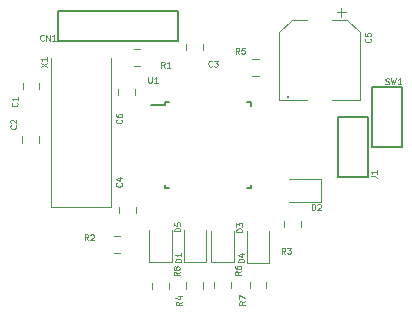
<source format=gbr>
G04 #@! TF.GenerationSoftware,KiCad,Pcbnew,(5.0.2)-1*
G04 #@! TF.CreationDate,2019-01-23T22:06:34-08:00*
G04 #@! TF.ProjectId,heart,68656172-742e-46b6-9963-61645f706362,rev?*
G04 #@! TF.SameCoordinates,Original*
G04 #@! TF.FileFunction,Legend,Top*
G04 #@! TF.FilePolarity,Positive*
%FSLAX46Y46*%
G04 Gerber Fmt 4.6, Leading zero omitted, Abs format (unit mm)*
G04 Created by KiCad (PCBNEW (5.0.2)-1) date 1/23/2019 10:06:34 PM*
%MOMM*%
%LPD*%
G01*
G04 APERTURE LIST*
%ADD10C,0.150000*%
%ADD11C,0.120000*%
%ADD12C,0.100000*%
G04 APERTURE END LIST*
D10*
G04 #@! TO.C,SW2*
X6731000Y21089620D02*
X6731000Y21140420D01*
G04 #@! TO.C,J1*
X13543280Y19359880D02*
X13543280Y14279880D01*
X11003280Y19359880D02*
X13543280Y19359880D01*
X11003280Y14279880D02*
X11003280Y19359880D01*
X13543280Y14279880D02*
X11003280Y14279880D01*
D11*
G04 #@! TO.C,D5*
X-3063360Y7113560D02*
X-3063360Y9798560D01*
X-4983360Y7113560D02*
X-3063360Y7113560D01*
X-4983360Y9798560D02*
X-4983360Y7113560D01*
G04 #@! TO.C,R8*
X-3313360Y4836662D02*
X-3313360Y5353818D01*
X-4733360Y4836662D02*
X-4733360Y5353818D01*
G04 #@! TO.C,X1*
X-8184040Y11801360D02*
X-8184040Y24401360D01*
X-13284040Y11801360D02*
X-8184040Y11801360D01*
X-13284040Y24401360D02*
X-13284040Y11801360D01*
D10*
G04 #@! TO.C,SW1*
X16393160Y21920200D02*
X16393160Y16840200D01*
X13853160Y21920200D02*
X16393160Y21920200D01*
X13853160Y16840200D02*
X13853160Y21920200D01*
X16393160Y16840200D02*
X13853160Y16840200D01*
G04 #@! TO.C,U1*
X-3625000Y20400000D02*
X-4850000Y20400000D01*
X3625000Y20625000D02*
X3325000Y20625000D01*
X3625000Y13375000D02*
X3325000Y13375000D01*
X-3625000Y13375000D02*
X-3325000Y13375000D01*
X-3625000Y20625000D02*
X-3325000Y20625000D01*
X-3625000Y13375000D02*
X-3625000Y13675000D01*
X3625000Y13375000D02*
X3625000Y13675000D01*
X3625000Y20625000D02*
X3625000Y20325000D01*
X-3625000Y20625000D02*
X-3625000Y20400000D01*
D11*
G04 #@! TO.C,C5*
X11669730Y28270270D02*
X10882230Y28270270D01*
X11275980Y28664020D02*
X11275980Y27876520D01*
X7082917Y27636520D02*
X6018480Y26572083D01*
X11774043Y27636520D02*
X12838480Y26572083D01*
X11774043Y27636520D02*
X10488480Y27636520D01*
X7082917Y27636520D02*
X8368480Y27636520D01*
X6018480Y26572083D02*
X6018480Y20816520D01*
X12838480Y26572083D02*
X12838480Y20816520D01*
X12838480Y20816520D02*
X10488480Y20816520D01*
X6018480Y20816520D02*
X8368480Y20816520D01*
G04 #@! TO.C,C1*
X-14276000Y21722582D02*
X-14276000Y22239738D01*
X-15696000Y21722582D02*
X-15696000Y22239738D01*
G04 #@! TO.C,C2*
X-15772200Y17743938D02*
X-15772200Y17226782D01*
X-14352200Y17743938D02*
X-14352200Y17226782D01*
G04 #@! TO.C,C3*
X-1863160Y25541738D02*
X-1863160Y25024582D01*
X-443160Y25541738D02*
X-443160Y25024582D01*
G04 #@! TO.C,C4*
X-7537520Y11795258D02*
X-7537520Y11278102D01*
X-6117520Y11795258D02*
X-6117520Y11278102D01*
G04 #@! TO.C,C6*
X-6203880Y21265382D02*
X-6203880Y21782538D01*
X-7623880Y21265382D02*
X-7623880Y21782538D01*
G04 #@! TO.C,D4*
X5196720Y7072920D02*
X5196720Y9757920D01*
X3276720Y7072920D02*
X5196720Y7072920D01*
X3276720Y9757920D02*
X3276720Y7072920D01*
G04 #@! TO.C,D3*
X2179200Y7093240D02*
X2179200Y9778240D01*
X259200Y7093240D02*
X2179200Y7093240D01*
X259200Y9778240D02*
X259200Y7093240D01*
G04 #@! TO.C,D2*
X9543760Y14147680D02*
X6858760Y14147680D01*
X9543760Y12227680D02*
X9543760Y14147680D01*
X6858760Y12227680D02*
X9543760Y12227680D01*
G04 #@! TO.C,D1*
X-162680Y7118640D02*
X-162680Y9803640D01*
X-2082680Y7118640D02*
X-162680Y7118640D01*
X-2082680Y9803640D02*
X-2082680Y7118640D01*
G04 #@! TO.C,R4*
X-463480Y4867142D02*
X-463480Y5384298D01*
X-1883480Y4867142D02*
X-1883480Y5384298D01*
G04 #@! TO.C,R3*
X7867720Y10038582D02*
X7867720Y10555738D01*
X6447720Y10038582D02*
X6447720Y10555738D01*
G04 #@! TO.C,R2*
X-7944618Y7865040D02*
X-7427462Y7865040D01*
X-7944618Y9285040D02*
X-7427462Y9285040D01*
G04 #@! TO.C,R1*
X-5730742Y25160040D02*
X-6247898Y25160040D01*
X-5730742Y23740040D02*
X-6247898Y23740040D01*
G04 #@! TO.C,R5*
X3754622Y22881520D02*
X4271778Y22881520D01*
X3754622Y24301520D02*
X4271778Y24301520D01*
G04 #@! TO.C,R6*
X1924120Y4882382D02*
X1924120Y5399538D01*
X504120Y4882382D02*
X504120Y5399538D01*
G04 #@! TO.C,R7*
X4931480Y4897622D02*
X4931480Y5414778D01*
X3511480Y4897622D02*
X3511480Y5414778D01*
D10*
G04 #@! TO.C,CN1*
X-12674600Y28356560D02*
X-12674600Y25816560D01*
X-2514600Y28356560D02*
X-12674600Y28356560D01*
X-2514600Y25816560D02*
X-2514600Y28356560D01*
X-12674600Y25816560D02*
X-2514600Y25816560D01*
G04 #@! TO.C,J1*
D12*
X13767310Y14377373D02*
X14124453Y14377373D01*
X14195881Y14353563D01*
X14243500Y14305944D01*
X14267310Y14234516D01*
X14267310Y14186897D01*
X14267310Y14877373D02*
X14267310Y14591659D01*
X14267310Y14734516D02*
X13767310Y14734516D01*
X13838739Y14686897D01*
X13886358Y14639278D01*
X13910167Y14591659D01*
G04 #@! TO.C,D5*
X-2349369Y9714752D02*
X-2849369Y9714752D01*
X-2849369Y9833800D01*
X-2825560Y9905228D01*
X-2777940Y9952847D01*
X-2730321Y9976657D01*
X-2635083Y10000466D01*
X-2563655Y10000466D01*
X-2468417Y9976657D01*
X-2420798Y9952847D01*
X-2373179Y9905228D01*
X-2349369Y9833800D01*
X-2349369Y9714752D01*
X-2849369Y10452847D02*
X-2849369Y10214752D01*
X-2611274Y10190942D01*
X-2635083Y10214752D01*
X-2658893Y10262371D01*
X-2658893Y10381419D01*
X-2635083Y10429038D01*
X-2611274Y10452847D01*
X-2563655Y10476657D01*
X-2444607Y10476657D01*
X-2396988Y10452847D01*
X-2373179Y10429038D01*
X-2349369Y10381419D01*
X-2349369Y10262371D01*
X-2373179Y10214752D01*
X-2396988Y10190942D01*
G04 #@! TO.C,R8*
X-2415409Y6266666D02*
X-2653504Y6100000D01*
X-2415409Y5980952D02*
X-2915409Y5980952D01*
X-2915409Y6171428D01*
X-2891600Y6219047D01*
X-2867790Y6242857D01*
X-2820171Y6266666D01*
X-2748742Y6266666D01*
X-2701123Y6242857D01*
X-2677314Y6219047D01*
X-2653504Y6171428D01*
X-2653504Y5980952D01*
X-2701123Y6552380D02*
X-2724933Y6504761D01*
X-2748742Y6480952D01*
X-2796361Y6457142D01*
X-2820171Y6457142D01*
X-2867790Y6480952D01*
X-2891600Y6504761D01*
X-2915409Y6552380D01*
X-2915409Y6647619D01*
X-2891600Y6695238D01*
X-2867790Y6719047D01*
X-2820171Y6742857D01*
X-2796361Y6742857D01*
X-2748742Y6719047D01*
X-2724933Y6695238D01*
X-2701123Y6647619D01*
X-2701123Y6552380D01*
X-2677314Y6504761D01*
X-2653504Y6480952D01*
X-2605885Y6457142D01*
X-2510647Y6457142D01*
X-2463028Y6480952D01*
X-2439219Y6504761D01*
X-2415409Y6552380D01*
X-2415409Y6647619D01*
X-2439219Y6695238D01*
X-2463028Y6719047D01*
X-2510647Y6742857D01*
X-2605885Y6742857D01*
X-2653504Y6719047D01*
X-2677314Y6695238D01*
X-2701123Y6647619D01*
G04 #@! TO.C,X1*
X-14177769Y23649038D02*
X-13677769Y23982371D01*
X-14177769Y23982371D02*
X-13677769Y23649038D01*
X-13677769Y24434752D02*
X-13677769Y24149038D01*
X-13677769Y24291895D02*
X-14177769Y24291895D01*
X-14106340Y24244276D01*
X-14058721Y24196657D01*
X-14034912Y24149038D01*
G04 #@! TO.C,SW1*
X15015293Y22200419D02*
X15086721Y22176609D01*
X15205769Y22176609D01*
X15253388Y22200419D01*
X15277198Y22224228D01*
X15301007Y22271847D01*
X15301007Y22319466D01*
X15277198Y22367085D01*
X15253388Y22390895D01*
X15205769Y22414704D01*
X15110531Y22438514D01*
X15062912Y22462323D01*
X15039102Y22486133D01*
X15015293Y22533752D01*
X15015293Y22581371D01*
X15039102Y22628990D01*
X15062912Y22652800D01*
X15110531Y22676609D01*
X15229579Y22676609D01*
X15301007Y22652800D01*
X15467674Y22676609D02*
X15586721Y22176609D01*
X15681960Y22533752D01*
X15777198Y22176609D01*
X15896245Y22676609D01*
X16348626Y22176609D02*
X16062912Y22176609D01*
X16205769Y22176609D02*
X16205769Y22676609D01*
X16158150Y22605180D01*
X16110531Y22557561D01*
X16062912Y22533752D01*
G04 #@! TO.C,U1*
X-5059632Y22773129D02*
X-5059632Y22368367D01*
X-5035822Y22320748D01*
X-5012013Y22296939D01*
X-4964394Y22273129D01*
X-4869156Y22273129D01*
X-4821537Y22296939D01*
X-4797727Y22320748D01*
X-4773918Y22368367D01*
X-4773918Y22773129D01*
X-4273918Y22273129D02*
X-4559632Y22273129D01*
X-4416775Y22273129D02*
X-4416775Y22773129D01*
X-4464394Y22701700D01*
X-4512013Y22654081D01*
X-4559632Y22630272D01*
G04 #@! TO.C,C5*
X13726931Y26027866D02*
X13750740Y26004057D01*
X13774550Y25932628D01*
X13774550Y25885009D01*
X13750740Y25813580D01*
X13703121Y25765961D01*
X13655502Y25742152D01*
X13560264Y25718342D01*
X13488836Y25718342D01*
X13393598Y25742152D01*
X13345979Y25765961D01*
X13298360Y25813580D01*
X13274550Y25885009D01*
X13274550Y25932628D01*
X13298360Y26004057D01*
X13322169Y26027866D01*
X13274550Y26480247D02*
X13274550Y26242152D01*
X13512645Y26218342D01*
X13488836Y26242152D01*
X13465026Y26289771D01*
X13465026Y26408819D01*
X13488836Y26456438D01*
X13512645Y26480247D01*
X13560264Y26504057D01*
X13679312Y26504057D01*
X13726931Y26480247D01*
X13750740Y26456438D01*
X13774550Y26408819D01*
X13774550Y26289771D01*
X13750740Y26242152D01*
X13726931Y26218342D01*
G04 #@! TO.C,C1*
X-16184108Y20607506D02*
X-16160299Y20583697D01*
X-16136489Y20512268D01*
X-16136489Y20464649D01*
X-16160299Y20393220D01*
X-16207918Y20345601D01*
X-16255537Y20321792D01*
X-16350775Y20297982D01*
X-16422203Y20297982D01*
X-16517441Y20321792D01*
X-16565060Y20345601D01*
X-16612680Y20393220D01*
X-16636489Y20464649D01*
X-16636489Y20512268D01*
X-16612680Y20583697D01*
X-16588870Y20607506D01*
X-16136489Y21083697D02*
X-16136489Y20797982D01*
X-16136489Y20940840D02*
X-16636489Y20940840D01*
X-16565060Y20893220D01*
X-16517441Y20845601D01*
X-16493632Y20797982D01*
G04 #@! TO.C,C2*
X-16285708Y18687266D02*
X-16261899Y18663457D01*
X-16238089Y18592028D01*
X-16238089Y18544409D01*
X-16261899Y18472980D01*
X-16309518Y18425361D01*
X-16357137Y18401552D01*
X-16452375Y18377742D01*
X-16523803Y18377742D01*
X-16619041Y18401552D01*
X-16666660Y18425361D01*
X-16714280Y18472980D01*
X-16738089Y18544409D01*
X-16738089Y18592028D01*
X-16714280Y18663457D01*
X-16690470Y18687266D01*
X-16690470Y18877742D02*
X-16714280Y18901552D01*
X-16738089Y18949171D01*
X-16738089Y19068219D01*
X-16714280Y19115838D01*
X-16690470Y19139647D01*
X-16642851Y19163457D01*
X-16595232Y19163457D01*
X-16523803Y19139647D01*
X-16238089Y18853933D01*
X-16238089Y19163457D01*
G04 #@! TO.C,C3*
X328146Y23707588D02*
X304337Y23683779D01*
X232908Y23659969D01*
X185289Y23659969D01*
X113860Y23683779D01*
X66241Y23731398D01*
X42432Y23779017D01*
X18622Y23874255D01*
X18622Y23945683D01*
X42432Y24040921D01*
X66241Y24088540D01*
X113860Y24136160D01*
X185289Y24159969D01*
X232908Y24159969D01*
X304337Y24136160D01*
X328146Y24112350D01*
X494813Y24159969D02*
X804337Y24159969D01*
X637670Y23969493D01*
X709099Y23969493D01*
X756718Y23945683D01*
X780527Y23921874D01*
X804337Y23874255D01*
X804337Y23755207D01*
X780527Y23707588D01*
X756718Y23683779D01*
X709099Y23659969D01*
X566241Y23659969D01*
X518622Y23683779D01*
X494813Y23707588D01*
G04 #@! TO.C,C4*
X-7344908Y13805386D02*
X-7321099Y13781577D01*
X-7297289Y13710148D01*
X-7297289Y13662529D01*
X-7321099Y13591100D01*
X-7368718Y13543481D01*
X-7416337Y13519672D01*
X-7511575Y13495862D01*
X-7583003Y13495862D01*
X-7678241Y13519672D01*
X-7725860Y13543481D01*
X-7773480Y13591100D01*
X-7797289Y13662529D01*
X-7797289Y13710148D01*
X-7773480Y13781577D01*
X-7749670Y13805386D01*
X-7630622Y14233958D02*
X-7297289Y14233958D01*
X-7821099Y14114910D02*
X-7463956Y13995862D01*
X-7463956Y14305386D01*
G04 #@! TO.C,C6*
X-7339828Y19180026D02*
X-7316019Y19156217D01*
X-7292209Y19084788D01*
X-7292209Y19037169D01*
X-7316019Y18965740D01*
X-7363638Y18918121D01*
X-7411257Y18894312D01*
X-7506495Y18870502D01*
X-7577923Y18870502D01*
X-7673161Y18894312D01*
X-7720780Y18918121D01*
X-7768400Y18965740D01*
X-7792209Y19037169D01*
X-7792209Y19084788D01*
X-7768400Y19156217D01*
X-7744590Y19180026D01*
X-7792209Y19608598D02*
X-7792209Y19513360D01*
X-7768400Y19465740D01*
X-7744590Y19441931D01*
X-7673161Y19394312D01*
X-7577923Y19370502D01*
X-7387447Y19370502D01*
X-7339828Y19394312D01*
X-7316019Y19418121D01*
X-7292209Y19465740D01*
X-7292209Y19560979D01*
X-7316019Y19608598D01*
X-7339828Y19632407D01*
X-7387447Y19656217D01*
X-7506495Y19656217D01*
X-7554114Y19632407D01*
X-7577923Y19608598D01*
X-7601733Y19560979D01*
X-7601733Y19465740D01*
X-7577923Y19418121D01*
X-7554114Y19394312D01*
X-7506495Y19370502D01*
G04 #@! TO.C,D4*
X3065910Y7098552D02*
X2565910Y7098552D01*
X2565910Y7217600D01*
X2589720Y7289028D01*
X2637339Y7336647D01*
X2684958Y7360457D01*
X2780196Y7384266D01*
X2851624Y7384266D01*
X2946862Y7360457D01*
X2994481Y7336647D01*
X3042100Y7289028D01*
X3065910Y7217600D01*
X3065910Y7098552D01*
X2732577Y7812838D02*
X3065910Y7812838D01*
X2542100Y7693790D02*
X2899243Y7574742D01*
X2899243Y7884266D01*
G04 #@! TO.C,D3*
X2888110Y9669032D02*
X2388110Y9669032D01*
X2388110Y9788080D01*
X2411920Y9859508D01*
X2459539Y9907127D01*
X2507158Y9930937D01*
X2602396Y9954746D01*
X2673824Y9954746D01*
X2769062Y9930937D01*
X2816681Y9907127D01*
X2864300Y9859508D01*
X2888110Y9788080D01*
X2888110Y9669032D01*
X2388110Y10121413D02*
X2388110Y10430937D01*
X2578586Y10264270D01*
X2578586Y10335699D01*
X2602396Y10383318D01*
X2626205Y10407127D01*
X2673824Y10430937D01*
X2792872Y10430937D01*
X2840491Y10407127D01*
X2864300Y10383318D01*
X2888110Y10335699D01*
X2888110Y10192841D01*
X2864300Y10145222D01*
X2840491Y10121413D01*
G04 #@! TO.C,D2*
X8785112Y11523849D02*
X8785112Y12023849D01*
X8904160Y12023849D01*
X8975588Y12000040D01*
X9023207Y11952420D01*
X9047017Y11904801D01*
X9070826Y11809563D01*
X9070826Y11738135D01*
X9047017Y11642897D01*
X9023207Y11595278D01*
X8975588Y11547659D01*
X8904160Y11523849D01*
X8785112Y11523849D01*
X9261302Y11976230D02*
X9285112Y12000040D01*
X9332731Y12023849D01*
X9451779Y12023849D01*
X9499398Y12000040D01*
X9523207Y11976230D01*
X9547017Y11928611D01*
X9547017Y11880992D01*
X9523207Y11809563D01*
X9237493Y11523849D01*
X9547017Y11523849D01*
G04 #@! TO.C,D1*
X-2273169Y7118872D02*
X-2773169Y7118872D01*
X-2773169Y7237920D01*
X-2749360Y7309348D01*
X-2701740Y7356967D01*
X-2654121Y7380777D01*
X-2558883Y7404586D01*
X-2487455Y7404586D01*
X-2392217Y7380777D01*
X-2344598Y7356967D01*
X-2296979Y7309348D01*
X-2273169Y7237920D01*
X-2273169Y7118872D01*
X-2273169Y7880777D02*
X-2273169Y7595062D01*
X-2273169Y7737920D02*
X-2773169Y7737920D01*
X-2701740Y7690300D01*
X-2654121Y7642681D01*
X-2630312Y7595062D01*
G04 #@! TO.C,R4*
X-2252849Y3767306D02*
X-2490944Y3600640D01*
X-2252849Y3481592D02*
X-2752849Y3481592D01*
X-2752849Y3672068D01*
X-2729040Y3719687D01*
X-2705230Y3743497D01*
X-2657611Y3767306D01*
X-2586182Y3767306D01*
X-2538563Y3743497D01*
X-2514754Y3719687D01*
X-2490944Y3672068D01*
X-2490944Y3481592D01*
X-2586182Y4195878D02*
X-2252849Y4195878D01*
X-2776659Y4076830D02*
X-2419516Y3957782D01*
X-2419516Y4267306D01*
G04 #@! TO.C,R3*
X6546066Y7822829D02*
X6379400Y8060924D01*
X6260352Y7822829D02*
X6260352Y8322829D01*
X6450828Y8322829D01*
X6498447Y8299020D01*
X6522257Y8275210D01*
X6546066Y8227591D01*
X6546066Y8156162D01*
X6522257Y8108543D01*
X6498447Y8084734D01*
X6450828Y8060924D01*
X6260352Y8060924D01*
X6712733Y8322829D02*
X7022257Y8322829D01*
X6855590Y8132353D01*
X6927019Y8132353D01*
X6974638Y8108543D01*
X6998447Y8084734D01*
X7022257Y8037115D01*
X7022257Y7918067D01*
X6998447Y7870448D01*
X6974638Y7846639D01*
X6927019Y7822829D01*
X6784161Y7822829D01*
X6736542Y7846639D01*
X6712733Y7870448D01*
G04 #@! TO.C,R2*
X-10151893Y8953369D02*
X-10318560Y9191464D01*
X-10437607Y8953369D02*
X-10437607Y9453369D01*
X-10247131Y9453369D01*
X-10199512Y9429560D01*
X-10175702Y9405750D01*
X-10151893Y9358131D01*
X-10151893Y9286702D01*
X-10175702Y9239083D01*
X-10199512Y9215274D01*
X-10247131Y9191464D01*
X-10437607Y9191464D01*
X-9961417Y9405750D02*
X-9937607Y9429560D01*
X-9889988Y9453369D01*
X-9770940Y9453369D01*
X-9723321Y9429560D01*
X-9699512Y9405750D01*
X-9675702Y9358131D01*
X-9675702Y9310512D01*
X-9699512Y9239083D01*
X-9985226Y8953369D01*
X-9675702Y8953369D01*
G04 #@! TO.C,R1*
X-3672113Y23568529D02*
X-3838780Y23806624D01*
X-3957827Y23568529D02*
X-3957827Y24068529D01*
X-3767351Y24068529D01*
X-3719732Y24044720D01*
X-3695922Y24020910D01*
X-3672113Y23973291D01*
X-3672113Y23901862D01*
X-3695922Y23854243D01*
X-3719732Y23830434D01*
X-3767351Y23806624D01*
X-3957827Y23806624D01*
X-3195922Y23568529D02*
X-3481637Y23568529D01*
X-3338780Y23568529D02*
X-3338780Y24068529D01*
X-3386399Y23997100D01*
X-3434018Y23949481D01*
X-3481637Y23925672D01*
G04 #@! TO.C,R5*
X2634466Y24747089D02*
X2467800Y24985184D01*
X2348752Y24747089D02*
X2348752Y25247089D01*
X2539228Y25247089D01*
X2586847Y25223280D01*
X2610657Y25199470D01*
X2634466Y25151851D01*
X2634466Y25080422D01*
X2610657Y25032803D01*
X2586847Y25008994D01*
X2539228Y24985184D01*
X2348752Y24985184D01*
X3086847Y25247089D02*
X2848752Y25247089D01*
X2824942Y25008994D01*
X2848752Y25032803D01*
X2896371Y25056613D01*
X3015419Y25056613D01*
X3063038Y25032803D01*
X3086847Y25008994D01*
X3110657Y24961375D01*
X3110657Y24842327D01*
X3086847Y24794708D01*
X3063038Y24770899D01*
X3015419Y24747089D01*
X2896371Y24747089D01*
X2848752Y24770899D01*
X2824942Y24794708D01*
G04 #@! TO.C,R6*
X2771270Y6322546D02*
X2533175Y6155880D01*
X2771270Y6036832D02*
X2271270Y6036832D01*
X2271270Y6227308D01*
X2295080Y6274927D01*
X2318889Y6298737D01*
X2366508Y6322546D01*
X2437937Y6322546D01*
X2485556Y6298737D01*
X2509365Y6274927D01*
X2533175Y6227308D01*
X2533175Y6036832D01*
X2271270Y6751118D02*
X2271270Y6655880D01*
X2295080Y6608260D01*
X2318889Y6584451D01*
X2390318Y6536832D01*
X2485556Y6513022D01*
X2676032Y6513022D01*
X2723651Y6536832D01*
X2747460Y6560641D01*
X2771270Y6608260D01*
X2771270Y6703499D01*
X2747460Y6751118D01*
X2723651Y6774927D01*
X2676032Y6798737D01*
X2556984Y6798737D01*
X2509365Y6774927D01*
X2485556Y6751118D01*
X2461746Y6703499D01*
X2461746Y6608260D01*
X2485556Y6560641D01*
X2509365Y6536832D01*
X2556984Y6513022D01*
G04 #@! TO.C,R7*
X3142110Y3782546D02*
X2904015Y3615880D01*
X3142110Y3496832D02*
X2642110Y3496832D01*
X2642110Y3687308D01*
X2665920Y3734927D01*
X2689729Y3758737D01*
X2737348Y3782546D01*
X2808777Y3782546D01*
X2856396Y3758737D01*
X2880205Y3734927D01*
X2904015Y3687308D01*
X2904015Y3496832D01*
X2642110Y3949213D02*
X2642110Y4282546D01*
X3142110Y4068260D01*
G04 #@! TO.C,CN1*
X-13908838Y25902148D02*
X-13932647Y25878339D01*
X-14004076Y25854529D01*
X-14051695Y25854529D01*
X-14123123Y25878339D01*
X-14170742Y25925958D01*
X-14194552Y25973577D01*
X-14218361Y26068815D01*
X-14218361Y26140243D01*
X-14194552Y26235481D01*
X-14170742Y26283100D01*
X-14123123Y26330720D01*
X-14051695Y26354529D01*
X-14004076Y26354529D01*
X-13932647Y26330720D01*
X-13908838Y26306910D01*
X-13694552Y25854529D02*
X-13694552Y26354529D01*
X-13408838Y25854529D01*
X-13408838Y26354529D01*
X-12908838Y25854529D02*
X-13194552Y25854529D01*
X-13051695Y25854529D02*
X-13051695Y26354529D01*
X-13099314Y26283100D01*
X-13146933Y26235481D01*
X-13194552Y26211672D01*
G04 #@! TD*
M02*

</source>
